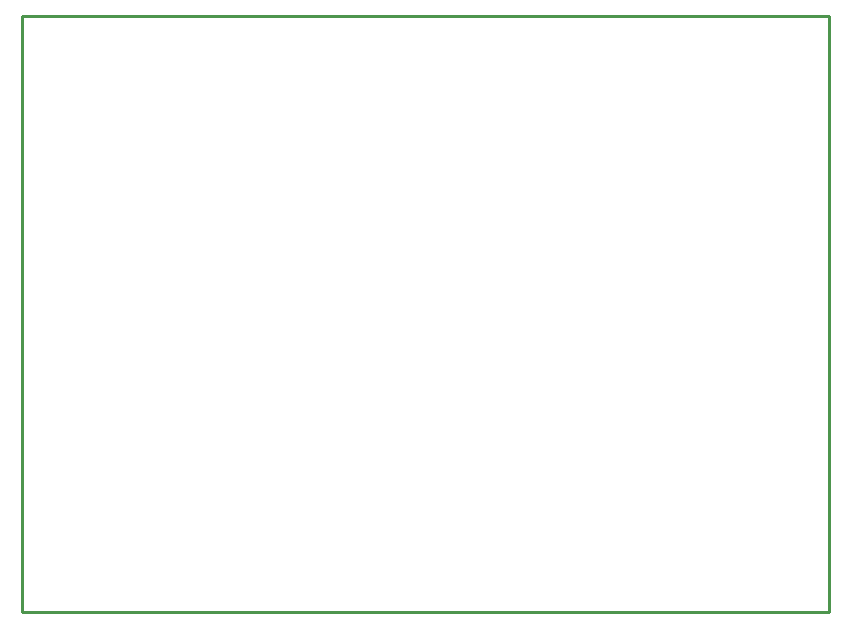
<source format=gm1>
G04*
G04 #@! TF.GenerationSoftware,Altium Limited,Altium Designer,20.0.12 (288)*
G04*
G04 Layer_Color=16711935*
%FSLAX25Y25*%
%MOIN*%
G70*
G01*
G75*
%ADD11C,0.01000*%
D11*
X128500Y348500D02*
X397500D01*
Y150000D02*
Y348500D01*
X128500Y150000D02*
X397500D01*
X128500Y348500D02*
X128500Y150000D01*
M02*

</source>
